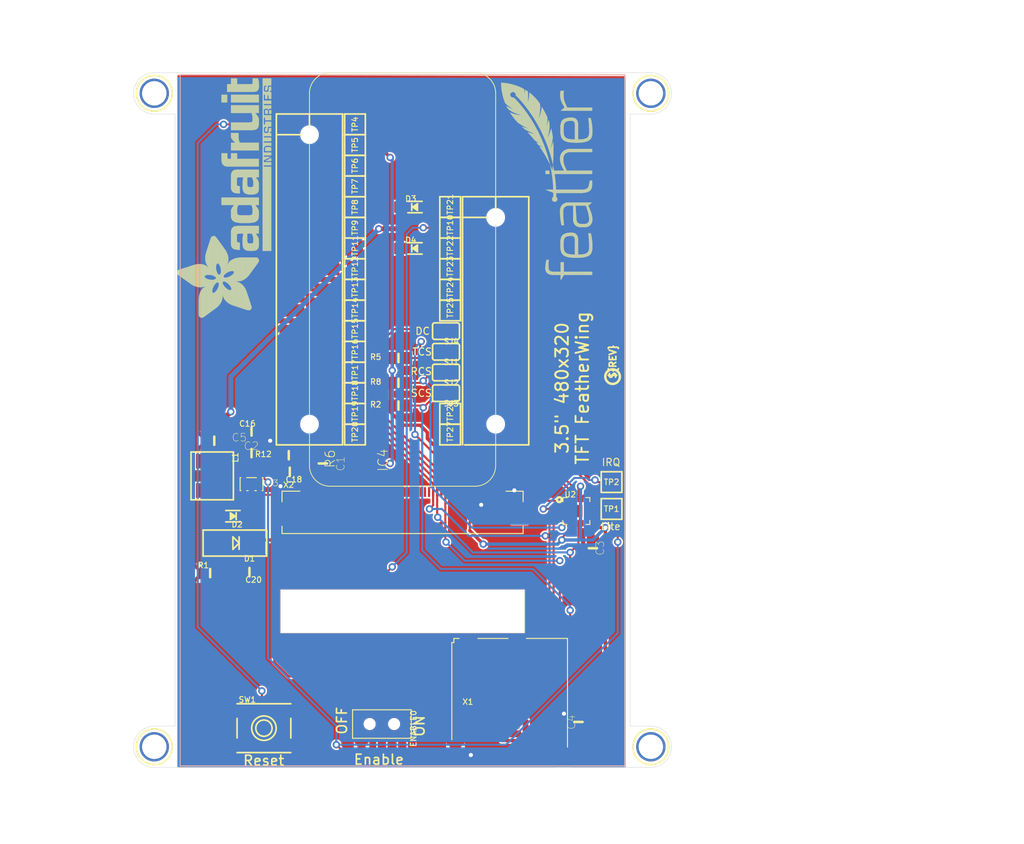
<source format=kicad_pcb>
(kicad_pcb (version 20221018) (generator pcbnew)
  (layers (0 "F.Cu" signal) (1 "In1.Cu" signal) (2 "In2.Cu" signal) (3 "In3.Cu" signal) (4 "In4.Cu" signal) (5 "In5.Cu" signal) (6 "In6.Cu" signal) (7 "In7.Cu" signal) (8 "In8.Cu" signal) (9 "In9.Cu" signal) (10 "In10.Cu" signal) (11 "In11.Cu" signal) (12 "In12.Cu" signal) (13 "In13.Cu" signal) (14 "In14.Cu" signal) (31 "B.Cu" signal) (34 "B.Paste" user) (35 "F.Paste" user) (36 "B.SilkS" user "B.Silkscreen") (37 "F.SilkS" user "F.Silkscreen") (38 "B.Mask" user) (39 "F.Mask" user) (44 "Edge.Cuts" user))
  (net 0 "")
  (net 1 "GND")
  (net 2 "SCLK")
  (net 3 "+5V")
  (net 4 "MOSI")
  (net 5 "MISO")
  (net 6 "SD_CS")
  (net 7 "CARDDET")
  (net 8 "LEDK")
  (net 9 "N$3")
  (net 10 "+24V")
  (net 11 "3.3V")
  (net 12 "~{TFT_RST}")
  (net 13 "LCD_LITE")
  (net 14 "XL")
  (net 15 "XR")
  (net 16 "YU")
  (net 17 "YD")
  (net 18 "RT_INT")
  (net 19 "RT_CS")
  (net 20 "TFT_CS")
  (net 21 "TFT_DC")
  (net 22 "~{RESET}")
  (net 23 "VBAT")
  (net 24 "EN")
  (net 25 "USB")
  (net 26 "N")
  (net 27 "M")
  (net 28 "L")
  (net 29 "H")
  (net 30 "SCL")
  (net 31 "SDA")
  (net 32 "G")
  (net 33 "TX")
  (net 34 "RX")
  (net 35 "F")
  (net 36 "E")
  (net 37 "D")
  (net 38 "C")
  (net 39 "B")
  (net 40 "A")
  (net 41 "AREF")
  (net 42 "K")
  (net 43 "J")
  (net 44 "I")
  (footprint "working:SOLDERJUMPER_CLOSEDWIRE" (layer "F.Cu") (at 153.8351 96.6216 180)
    (fp_text reference "SJ1")
    (fp_text value "")
  )
  (footprint "working:INDUCTOR_5X5MM_NR5040_NOTHERMALS" (layer "F.Cu") (at 125.1331 111.8616 -90)
    (fp_text reference "L1")
    (fp_text value "15uH")
  )
  (footprint "working:TESTPOINT_PAD_2MM" (layer "F.Cu") (at 142.6591 94.0816 90)
    (fp_text reference "TP15")
    (fp_text value "")
  )
  (footprint "working:0805-NO" (layer "F.Cu") (at 125.3871 107.5436 180)
    (fp_text reference "C5")
    (fp_text value "10uF")
  )
  (footprint "working:TESTPOINT_PAD_2MM" (layer "F.Cu") (at 142.6591 101.7016 90)
    (fp_text reference "TP18")
    (fp_text value "")
  )
  (footprint "working:TESTPOINT_PAD_2MM" (layer "F.Cu") (at 154.3431 91.5416 90)
    (fp_text reference "TP25")
    (fp_text value "")
  )
  (footprint "working:EG1390" (layer "F.Cu") (at 145.9611 142.3416 180)
    (fp_text reference "ENABLE0")
    (fp_text value "Slide Switch")
  )
  (footprint "working:SOLDERJUMPER_CLOSEDWIRE" (layer "F.Cu") (at 153.8351 99.1616 180)
    (fp_text reference "SJ2")
    (fp_text value "")
  )
  (footprint "working:TESTPOINT_PAD_2MM" (layer "F.Cu") (at 154.3431 106.7816 90)
    (fp_text reference "TP27")
    (fp_text value "")
  )
  (footprint "working:FEATHERWING_SMT2" (layer "F.Cu") (at 137.0711 62.3316 -90)
    (fp_text reference "MS2" hide)
    (fp_text value "FEATHERWING_SMTDUAL" hide)
  )
  (footprint "working:PCBFEAT-REV-040" (layer "F.Cu") (at 174.2821 99.6696 90)
    (fp_text reference "U$37" hide)
    (fp_text value "" hide)
  )
  (footprint "working:TESTPOINT_PAD_2MM" (layer "F.Cu") (at 142.6591 73.7616 90)
    (fp_text reference "TP6")
    (fp_text value "")
  )
  (footprint "working:TESTPOINT_PAD_2MM" (layer "F.Cu") (at 142.6591 104.2416 90)
    (fp_text reference "TP19")
    (fp_text value "")
  )
  (footprint "working:TESTPOINT_PAD_2MM" (layer "F.Cu") (at 142.6591 91.5416 90)
    (fp_text reference "TP14")
    (fp_text value "")
  )
  (footprint "working:0805-NO" (layer "F.Cu") (at 134.5311 109.3216 180)
    (fp_text reference "R12")
    (fp_text value "10K")
  )
  (footprint "working:SOLDERJUMPER_CLOSEDWIRE" (layer "F.Cu") (at 153.8351 101.7016 180)
    (fp_text reference "SJ3")
    (fp_text value "")
  )
  (footprint "working:MOUNTINGHOLE_3.0_PLATEDTHIN" (layer "F.Cu") (at 178.9811 64.8716)
    (fp_text reference "U$17" hide)
    (fp_text value "MOUNTINGHOLE3.0THIN" hide)
  )
  (footprint "working:SOT23-5@1" (layer "F.Cu") (at 129.9591 112.8776)
    (fp_text reference "U3")
    (fp_text value "FAN5333BSX")
  )
  (footprint "working:FIDUCIAL_1MM" (layer "F.Cu") (at 174.4091 144.8816)
    (fp_text reference "U$9" hide)
    (fp_text value "FIDUCIAL_1MM" hide)
  )
  (footprint "working:MOUNTINGHOLE_3.0_PLATEDTHIN" (layer "F.Cu") (at 118.0211 145.1356)
    (fp_text reference "U$7" hide)
    (fp_text value "MOUNTINGHOLE3.0THIN" hide)
  )
  (footprint "working:0805-NO" (layer "F.Cu") (at 129.9591 109.0676)
    (fp_text reference "C2")
    (fp_text value "10uF")
  )
  (footprint "working:SOD-123" (layer "F.Cu") (at 150.0251 78.8416)
    (fp_text reference "D3")
    (fp_text value "MBR120")
  )
  (footprint "working:MICROSD" (layer "F.Cu") (at 154.5971 131.9276)
    (fp_text reference "X1")
    (fp_text value "MicroSD")
  )
  (footprint "working:TESTPOINT_PAD_2MM" (layer "F.Cu") (at 154.3431 78.8416 90)
    (fp_text reference "TP21")
    (fp_text value "")
  )
  (footprint "working:TESTPOINT_PAD_2MM" (layer "F.Cu") (at 154.3431 86.4616 90)
    (fp_text reference "TP23")
    (fp_text value "")
  )
  (footprint "working:0805-NO" (layer "F.Cu") (at 124.8791 123.7996)
    (fp_text reference "R1")
    (fp_text value "12Ω")
  )
  (footprint "working:TESTPOINT_PAD_2MM" (layer "F.Cu") (at 142.6591 76.3016 90)
    (fp_text reference "TP7")
    (fp_text value "")
  )
  (footprint "working:0805-NO" (layer "F.Cu") (at 134.6581 111.3536 180)
    (fp_text reference "C18")
    (fp_text value "0.1uF")
  )
  (footprint "working:TESTPOINT_PAD_2MM" (layer "F.Cu") (at 142.6591 83.9216 90)
    (fp_text reference "TP11")
    (fp_text value "")
  )
  (footprint "working:ADAFRUIT_TEXT_30MM" (layer "F.Cu") (at 132.3721 92.6846 90)
    (fp_text reference "U$19" hide)
    (fp_text value "" hide)
  )
  (footprint "working:SOT23" (layer "F.Cu") (at 144.1831 110.3376 -90)
    (fp_text reference "IC4")
    (fp_text value "APX803-SAG")
  )
  (footprint "working:SOLDERJUMPER_CLOSEDWIRE" (layer "F.Cu") (at 153.8351 94.0816 180)
    (fp_text reference "SJ4")
    (fp_text value "")
  )
  (footprint "working:FIDUCIAL_1MM" (layer "F.Cu") (at 122.7201 64.9986)
    (fp_text reference "U$23" hide)
    (fp_text value "FIDUCIAL_1MM" hide)
  )
  (footprint "working:0805-NO" (layer "F.Cu") (at 129.9591 106.4006)
    (fp_text reference "C16")
    (fp_text value "1uF")
  )
  (footprint "working:0805-NO" (layer "F.Cu") (at 171.8691 120.7516 -90)
    (fp_text reference "C3")
    (fp_text value "10uF")
  )
  (footprint "working:TESTPOINT_PAD_2MM" (layer "F.Cu") (at 142.6591 78.8416 90)
    (fp_text reference "TP8")
    (fp_text value "")
  )
  (footprint "working:0805-NO" (layer "F.Cu") (at 138.7221 110.3376 90)
    (fp_text reference "C1")
    (fp_text value "1uF")
  )
  (footprint "working:FEATHERLOGO" (layer "F.Cu") (at 171.8691 87.8586 90)
    (fp_text reference "U$11" hide)
    (fp_text value "" hide)
  )
  (footprint "working:TESTPOINT_PAD_2MM" (layer "F.Cu") (at 142.6591 68.6816 90)
    (fp_text reference "TP4")
    (fp_text value "")
  )
  (footprint "working:QFN16_3MM" (layer "F.Cu") (at 169.8371 116.1796)
    (fp_text reference "U2")
    (fp_text value "STMPE811")
  )
  (footprint "working:MOUNTINGHOLE_3.0_PLATEDTHIN" (layer "F.Cu") (at 178.9811 145.1356)
    (fp_text reference "U$15" hide)
    (fp_text value "MOUNTINGHOLE3.0THIN" hide)
  )
  (footprint "working:TESTPOINT_PAD_2MM" (layer "F.Cu") (at 142.6591 71.2216 90)
    (fp_text reference "TP5")
    (fp_text value "")
  )
  (footprint "working:0805-NO" (layer "F.Cu") (at 170.0911 142.0876 90)
    (fp_text reference "C4")
    (fp_text value "10uF")
  )
  (footprint "working:SMADIODE" (layer "F.Cu") (at 127.9271 120.1166 180)
    (fp_text reference "D1")
    (fp_text value "MM3Z24VT1G")
  )
  (footprint "working:TESTPOINT_PAD_2MM" (layer "F.Cu") (at 154.3431 104.2416 90)
    (fp_text reference "TP26")
    (fp_text value "")
  )
  (footprint "working:EVQ-Q2_SMALLER" (layer "F.Cu") (at 131.4831 142.8496)
    (fp_text reference "SW1")
    (fp_text value "EVQQ2")
  )
  (footprint "working:R0805" (layer "F.Cu") (at 140.8811 110.3376 90)
    (fp_text reference "R6")
    (fp_text value "10K")
  )
  (footprint "working:TESTPOINT_PAD_2MM" (layer "F.Cu") (at 142.6591 81.3816 90)
    (fp_text reference "TP9")
    (fp_text value "")
  )
  (footprint "working:TESTPOINT_PAD_2MM" (layer "F.Cu") (at 174.1551 112.6236)
    (fp_text reference "TP2")
    (fp_text value "")
  )
  (footprint "working:TESTPOINT_PAD_2MM" (layer "F.Cu") (at 174.1551 115.9256)
    (fp_text reference "TP1")
    (fp_text value "")
  )
  (footprint "working:TESTPOINT_PAD_2MM" (layer "F.Cu") (at 142.6591 99.1616 90)
    (fp_text reference "TP17")
    (fp_text value "")
  )
  (footprint "working:0805-NO" (layer "F.Cu") (at 147.9931 103.2256 180)
    (fp_text reference "R2")
    (fp_text value "100K")
  )
  (footprint "working:TESTPOINT_PAD_2MM" (layer "F.Cu") (at 142.6591 86.4616 90)
    (fp_text reference "TP12")
    (fp_text value "")
  )
  (footprint "working:SOD-123" (layer "F.Cu") (at 127.6731 116.8146 180)
    (fp_text reference "D2")
    (fp_text value "MBR0540")
  )
  (footprint "working:TESTPOINT_PAD_2MM" (layer "F.Cu") (at 142.6591 96.6216 90)
    (fp_text reference "TP16")
    (fp_text value "")
  )
  (footprint "working:TESTPOINT_PAD_2MM" (layer "F.Cu") (at 142.6591 89.0016 90)
    (fp_text reference "TP13")
    (fp_text value "")
  )
  (footprint "working:0805-NO" (layer "F.Cu") (at 129.7051 123.6726 180)
    (fp_text reference "C20")
    (fp_text value "1uF")
  )
  (footprint "working:SOD-123" (layer "F.Cu") (at 150.0251 83.9216)
    (fp_text reference "D4")
    (fp_text value "MBR120")
  )
  (footprint "working:0805-NO" (layer "F.Cu") (at 147.9931 97.3836 180)
    (fp_text reference "R5")
    (fp_text value "100K")
  )
  (footprint "working:TESTPOINT_PAD_2MM" (layer "F.Cu") (at 154.3431 89.0016 90)
    (fp_text reference "TP24")
    (fp_text value "")
  )
  (footprint "working:TESTPOINT_PAD_2MM" (layer "F.Cu") (at 142.6591 106.7816 90)
    (fp_text reference "TP20")
    (fp_text value "")
  )
  (footprint "working:0805-NO" (layer "F.Cu") (at 147.9931 100.4316 180)
    (fp_text reference "R8")
    (fp_text value "100K")
  )
  (footprint "working:MOUNTINGHOLE_3.0_PLATEDTHIN" (layer "F.Cu") (at 118.0211 64.8716)
    (fp_text reference "U$16" hide)
    (fp_text value "MOUNTINGHOLE3.0THIN" hide)
  )
  (footprint "working:TESTPOINT_PAD_2MM" (layer "F.Cu") (at 154.3431 81.3816 90)
    (fp_text reference "TP10")
    (fp_text value "")
  )
  (footprint "working:TESTPOINT_PAD_2MM" (layer "F.Cu") (at 154.3431 83.9216 90)
    (fp_text reference "TP22")
    (fp_text value "")
  )
  (footprint "working:TFT_3.5IN_320X480_50PIN" (layer "B.Cu") (at 148.5011 110.0836 180)
    (fp_text reference "X2")
    (fp_text value "3.5\" TFT")
  )
  (gr_line (start 120.5611 142.5956) (end 118.0211 142.5956) (stroke (width 0.05)) (layer "Edge.Cuts"))
  (gr_arc (start 178.9811 62.3316) (mid 180.777151 63.075549) (end 181.5211 64.8716) (stroke (width 0.05)) (layer "Edge.Cuts"))
  (gr_line (start 118.0211 67.4116) (end 120.5611 67.4116) (stroke (width 0.05)) (layer "Edge.Cuts"))
  (gr_line (start 178.9811 67.4116) (end 176.4411 67.4116) (stroke (width 0.05)) (layer "Edge.Cuts"))
  (gr_line (start 163.4871 125.8316) (end 133.5151 125.8316) (stroke (width 0.05)) (layer "Edge.Cuts"))
  (gr_arc (start 115.4811 145.1356) (mid 116.225049 143.339549) (end 118.0211 142.5956) (stroke (width 0.05)) (layer "Edge.Cuts"))
  (gr_line (start 176.4411 142.5956) (end 176.4411 67.4116) (stroke (width 0.05)) (layer "Edge.Cuts"))
  (gr_arc (start 178.9811 142.5956) (mid 180.777151 143.339549) (end 181.5211 145.1356) (stroke (width 0.05)) (layer "Edge.Cuts"))
  (gr_line (start 163.4871 131.1656) (end 163.4871 125.8316) (stroke (width 0.05)) (layer "Edge.Cuts"))
  (gr_arc (start 118.0211 67.4116) (mid 116.225049 66.667651) (end 115.4811 64.8716) (stroke (width 0.05)) (layer "Edge.Cuts"))
  (gr_line (start 178.9811 142.5956) (end 176.4411 142.5956) (stroke (width 0.05)) (layer "Edge.Cuts"))
  (gr_arc (start 181.5211 145.1356) (mid 180.777151 146.931651) (end 178.9811 147.6756) (stroke (width 0.05)) (layer "Edge.Cuts"))
  (gr_line (start 133.5151 131.1656) (end 163.4871 131.1656) (stroke (width 0.05)) (layer "Edge.Cuts"))
  (gr_line (start 118.0211 147.6756) (end 178.9811 147.6756) (stroke (width 0.05)) (layer "Edge.Cuts"))
  (gr_arc (start 181.5211 64.8716) (mid 180.777151 66.667651) (end 178.9811 67.4116) (stroke (width 0.05)) (layer "Edge.Cuts"))
  (gr_line (start 118.0211 62.3316) (end 178.9811 62.3316) (stroke (width 0.05)) (layer "Edge.Cuts"))
  (gr_line (start 133.5151 125.8316) (end 133.5151 131.1656) (stroke (width 0.05)) (layer "Edge.Cuts"))
  (gr_arc (start 118.0211 147.6756) (mid 116.225049 146.931651) (end 115.4811 145.1356) (stroke (width 0.05)) (layer "Edge.Cuts"))
  (gr_line (start 120.5611 67.4116) (end 120.5611 142.5956) (stroke (width 0.05)) (layer "Edge.Cuts"))
  (gr_arc (start 115.4811 64.8716) (mid 116.225049 63.075549) (end 118.0211 62.3316) (stroke (width 0.05)) (layer "Edge.Cuts"))
  (gr_text "Reset" (at 128.8161 147.5486) (layer "F.SilkS") (effects (font (size 1.223264 1.223264) (thickness 0.199136)) (justify left bottom)))
  (gr_text "IRQ" (at 172.8851 110.7186) (layer "F.SilkS") (effects (font (size 0.89408 0.89408) (thickness 0.12192)) (justify left bottom)))
  (gr_text "TCS" (at 152.1841 96.6216) (layer "F.SilkS") (effects (font (size 0.88392 0.88392) (thickness 0.13208)) (justify right)))
  (gr_text "3.5\" 480x320\nTFT FeatherWing" (at 169.3291 101.0666 90) (layer "F.SilkS") (effects (font (size 1.54686 1.54686) (thickness 0.23114))))
  (gr_text "OFF" (at 141.7701 143.7386 90) (layer "F.SilkS") (effects (font (size 1.223264 1.223264) (thickness 0.199136)) (justify left bottom)))
  (gr_text "Enable" (at 142.4051 147.4216) (layer "F.SilkS") (effects (font (size 1.223264 1.223264) (thickness 0.199136)) (justify left bottom)))
  (gr_text "ON" (at 151.2951 143.9926 90) (layer "F.SilkS") (effects (font (size 1.223264 1.223264) (thickness 0.199136)) (justify left bottom)))
  (gr_text "Lite" (at 172.7581 118.5926) (layer "F.SilkS") (effects (font (size 0.89408 0.89408) (thickness 0.12192)) (justify left bottom)))
  (gr_text "RCS" (at 152.1841 99.0346) (layer "F.SilkS") (effects (font (size 0.88392 0.88392) (thickness 0.13208)) (justify right)))
  (gr_text "DC" (at 151.9301 94.0816) (layer "F.SilkS") (effects (font (size 0.88392 0.88392) (thickness 0.13208)) (justify right)))
  (gr_text "SCS" (at 152.1841 101.7016) (layer "F.SilkS") (effects (font (size 0.88392 0.88392) (thickness 0.13208)) (justify right)))
  (segment (start 157.2511 115.0236) (end 157.7591 115.0236) (width 0.254) (layer "F.Cu") (net 1))
  (segment (start 160.2511 112.8776) (end 160.2511 112.6236) (width 0.254) (layer "F.Cu") (net 1))
  (segment (start 160.2511 112.6236) (end 159.7511 112.6236) (width 0.254) (layer "F.Cu") (net 1))
  (segment (start 160.7511 113.8436) (end 160.7511 112.8776) (width 0.254) (layer "F.Cu") (net 1))
  (segment (start 160.7511 112.8776) (end 160.2511 112.8776) (width 0.254) (layer "F.Cu") (net 1))
  (segment (start 157.7591 115.0236) (end 158.1531 115.4176) (width 0.254) (layer "F.Cu") (net 1))
  (segment (start 160.2511 113.8436) (end 160.2511 112.8776) (width 0.254) (layer "F.Cu") (net 1))
  (segment (start 172.1191 116.4296) (end 172.3771 116.6876) (width 0.254) (layer "F.Cu") (net 1))
  (segment (start 159.7511 112.6236) (end 159.4231 112.6236) (width 0.254) (layer "F.Cu") (net 1))
  (segment (start 157.2511 113.8436) (end 157.2511 112.8776) (width 0.254) (layer "F.Cu") (net 1))
  (segment (start 157.2511 113.8436) (end 157.2511 115.0236) (width 0.254) (layer "F.Cu") (net 1))
  (segment (start 171.3371 116.4296) (end 172.1191 116.4296) (width 0.254) (layer "F.Cu") (net 1))
  (segment (start 159.7511 113.8436) (end 159.7511 112.6236) (width 0.254) (layer "F.Cu") (net 1))
  (via (at 156.8831 146.1516) (size 0.9064) (drill 0.5) (layers "F.Cu" "B.Cu") (net 1))
  (via (at 133.5151 113.1316) (size 0.9064) (drill 0.5) (layers "F.Cu" "B.Cu") (net 1))
  (via (at 162.2171 113.6396) (size 0.9064) (drill 0.5) (layers "F.Cu" "B.Cu") (net 1))
  (via (at 158.1531 115.4176) (size 0.9064) (drill 0.5) (layers "F.Cu" "B.Cu") (net 1))
  (via (at 132.2451 107.5436) (size 0.9064) (drill 0.5) (layers "F.Cu" "B.Cu") (net 1))
  (via (at 168.3131 141.0716) (size 0.9064) (drill 0.5) (layers "F.Cu" "B.Cu") (net 1))
  (segment (start 167.8051 122.2756) (end 167.0431 122.2756) (width 0.254) (layer "F.Cu") (net 2))
  (segment (start 167.0431 122.2756) (end 167.0431 117.4496) (width 0.254) (layer "F.Cu") (net 2))
  (segment (start 159.1971 139.7736) (end 159.1971 142.5676) (width 0.254) (layer "F.Cu") (net 2))
  (segment (start 153.7511 112.7936) (end 153.7511 113.8436) (width 0.254) (layer "F.Cu") (net 2))
  (segment (start 153.7511 113.8436) (end 153.7511 119.9056) (width 0.254) (layer "F.Cu") (net 2))
  (segment (start 142.6591 94.0816) (end 139.2301 94.0816) (width 0.4064) (layer "F.Cu") (net 2))
  (segment (start 142.6591 94.0816) (end 144.9451 94.0816) (width 0.254) (layer "F.Cu") (net 2))
  (segment (start 167.5631 116.9296) (end 168.3371 116.9296) (width 0.254) (layer "F.Cu") (net 2))
  (segment (start 139.2301 94.0816) (end 134.9121 94.0816) (width 0.4064) (layer "F.Cu") (net 2))
  (segment (start 167.0431 131.9276) (end 167.0431 122.2756) (width 0.254) (layer "F.Cu") (net 2))
  (segment (start 153.7511 119.9056) (end 153.8351 119.9896) (width 0.254) (layer "F.Cu") (net 2))
  (segment (start 145.4531 94.5896) (end 145.4531 104.4956) (width 0.254) (layer "F.Cu") (net 2))
  (segment (start 159.1971 139.7736) (end 167.0431 131.9276) (width 0.254) (layer "F.Cu") (net 2))
  (segment (start 167.0431 117.4496) (end 167.5631 116.9296) (width 0.254) (layer "F.Cu") (net 2))
  (segment (start 145.4531 104.4956) (end 153.7511 112.7936) (width 0.254) (layer "F.Cu") (net 2))
  (segment (start 144.9451 94.0816) (end 145.4531 94.5896) (width 0.254) (layer "F.Cu") (net 2))
  (via (at 167.8051 122.2756) (size 0.9064) (drill 0.5) (layers "F.Cu" "B.Cu") (net 2))
  (via (at 153.8351 119.9896) (size 0.9064) (drill 0.5) (layers "F.Cu" "B.Cu") (net 2))
  (segment (start 153.8351 119.9896) (end 156.1211 122.2756) (width 0.254) (layer "B.Cu") (net 2))
  (segment (start 156.1211 122.2756) (end 167.8051 122.2756) (width 0.254) (layer "B.Cu") (net 2))
  (segment (start 148.1751 83.9216) (end 148.1751 81.5086) (width 0.6096) (layer "F.Cu") (net 3))
  (segment (start 129.0091 109.0676) (end 129.0091 111.5775) (width 0.4064) (layer "F.Cu") (net 3))
  (segment (start 126.3371 107.7976) (end 128.9431 107.7976) (width 0.4064) (layer "F.Cu") (net 3))
  (segment (start 148.1751 81.5086) (end 145.5801 81.5086) (width 0.6096) (layer "F.Cu") (net 3))
  (segment (start 148.1751 81.5086) (end 148.1751 78.8416) (width 0.6096) (layer "F.Cu") (net 3))
  (segment (start 128.9431 107.7976) (end 128.9431 106.4666) (width 0.4064) (layer "F.Cu") (net 3))
  (segment (start 126.3371 110.0616) (end 125.1331 110.0616) (width 0.4064) (layer "F.Cu") (net 3))
  (segment (start 128.9431 109.0676) (end 129.0091 109.0676) (width 0.4064) (layer "F.Cu") (net 3))
  (segment (start 126.3371 107.5436) (end 126.3371 110.0616) (width 0.4064) (layer "F.Cu") (net 3))
  (segment (start 127.4191 103.9876) (end 126.3371 105.0696) (width 0.6096) (layer "F.Cu") (net 3))
  (segment (start 126.3371 107.5436) (end 126.3371 107.7976) (width 0.4064) (layer "F.Cu") (net 3))
  (segment (start 128.9431 106.4666) (end 129.0091 106.4006) (width 0.4064) (layer "F.Cu") (net 3))
  (segment (start 126.3371 105.0696) (end 126.3371 107.5436) (width 0.6096) (layer "F.Cu") (net 3))
  (segment (start 128.9431 107.7976) (end 128.9431 109.0676) (width 0.4064) (layer "F.Cu") (net 3))
  (via (at 127.4191 103.9876) (size 0.9064) (drill 0.5) (layers "F.Cu" "B.Cu") (net 3))
  (via (at 145.5801 81.5086) (size 0.9064) (drill 0.5) (layers "F.Cu" "B.Cu") (net 3))
  (segment (start 145.5801 81.5086) (end 127.4191 99.6696) (width 0.6096) (layer "B.Cu") (net 3))
  (segment (start 127.4191 99.6696) (end 127.4191 103.9876) (width 0.6096) (layer "B.Cu") (net 3))
  (segment (start 167.8051 131.9276) (end 167.8051 123.7996) (width 0.254) (layer "F.Cu") (net 4))
  (segment (start 169.0751 122.5296) (end 169.0751 121.2596) (width 0.254) (layer "F.Cu") (net 4))
  (segment (start 144.6911 96.6216) (end 144.9451 96.8756) (width 0.254) (layer "F.Cu") (net 4))
  (segment (start 170.0871 120.2476) (end 170.0871 117.6796) (width 0.254) (layer "F.Cu") (net 4))
  (segment (start 161.3971 138.3356) (end 167.8051 131.9276) (width 0.254) (layer "F.Cu") (net 4))
  (segment (start 142.6591 96.6216) (end 139.2301 96.6216) (width 0.4064) (layer "F.Cu") (net 4))
  (segment (start 144.9451 96.8756) (end 144.9451 104.7496) (width 0.254) (layer "F.Cu") (net 4))
  (segment (start 161.3971 142.5676) (end 161.3971 138.3356) (width 0.254) (layer "F.Cu") (net 4))
  (segment (start 152.7511 112.5556) (end 152.7511 113.8436) (width 0.254) (layer "F.Cu") (net 4))
  (segment (start 152.8191 116.9416) (end 152.7511 116.8736) (width 0.254) (layer "F.Cu") (net 4))
  (segment (start 169.0751 121.2596) (end 170.0871 120.2476) (width 0.254) (layer "F.Cu") (net 4))
  (segment (start 142.6591 96.6216) (end 144.6911 96.6216) (width 0.254) (layer "F.Cu") (net 4))
  (segment (start 152.7511 116.8736) (end 152.7511 113.8436) (width 0.254) (layer "F.Cu") (net 4))
  (segment (start 167.8051 123.7996) (end 169.0751 122.5296) (width 0.254) (layer "F.Cu") (net 4))
  (segment (start 144.9451 104.7496) (end 152.7511 112.5556) (width 0.254) (layer "F.Cu") (net 4))
  (segment (start 139.2301 96.6216) (end 134.9121 96.6216) (width 0.4064) (layer "F.Cu") (net 4))
  (via (at 152.8191 116.9416) (size 0.9064) (drill 0.5) (layers "F.Cu" "B.Cu") (net 4))
  (via (at 169.0751 121.2596) (size 0.9064) (drill 0.5) (layers "F.Cu" "B.Cu") (net 4))
  (segment (start 157.1371 121.2596) (end 152.8191 116.9416) (width 0.254) (layer "B.Cu") (net 4))
  (segment (start 169.0751 121.2596) (end 157.1371 121.2596) (width 0.254) (layer "B.Cu") (net 4))
  (segment (start 144.4371 105.0036) (end 152.2511 112.8176) (width 0.254) (layer "F.Cu") (net 5))
  (segment (start 142.6591 99.1616) (end 139.2301 99.1616) (width 0.4064) (layer "F.Cu") (net 5))
  (segment (start 143.6751 99.1616) (end 144.4371 99.9236) (width 0.254) (layer "F.Cu") (net 5))
  (segment (start 168.3331 116.4336) (end 168.3371 116.4296) (width 0.254) (layer "F.Cu") (net 5))
  (segment (start 152.2511 112.8176) (end 152.2511 113.8436) (width 0.254) (layer "F.Cu") (net 5))
  (segment (start 166.0271 119.2276) (end 166.5351 119.2276) (width 0.254) (layer "F.Cu") (net 5))
  (segment (start 156.9971 141.2116) (end 166.5351 131.6736) (width 0.254) (layer "F.Cu") (net 5))
  (segment (start 156.9971 142.5676) (end 156.9971 141.2116) (width 0.254) (layer "F.Cu") (net 5))
  (segment (start 166.7891 116.4336) (end 168.3331 116.4336) (width 0.254) (layer "F.Cu") (net 5))
  (segment (start 152.2511 115.4776) (end 151.8031 115.9256) (width 0.254) (layer "F.Cu") (net 5))
  (segment (start 142.6591 99.1616) (end 143.6751 99.1616) (width 0.254) (layer "F.Cu") (net 5))
  (segment (start 166.5351 119.2276) (end 166.5351 116.6876) (width 0.254) (layer "F.Cu") (net 5))
  (segment (start 152.2511 113.8436) (end 152.2511 115.4776) (width 0.254) (layer "F.Cu") (net 5))
  (segment (start 144.4371 99.9236) (end 144.4371 105.0036) (width 0.254) (layer "F.Cu") (net 5))
  (segment (start 166.5351 116.6876) (end 166.7891 116.4336) (width 0.254) (layer "F.Cu") (net 5))
  (segment (start 166.5351 131.6736) (end 166.5351 119.2276) (width 0.254) (layer "F.Cu") (net 5))
  (segment (start 139.2301 99.1616) (end 134.9121 99.1616) (width 0.4064) (layer "F.Cu") (net 5))
  (via (at 166.0271 119.2276) (size 0.9064) (drill 0.5) (layers "F.Cu" "B.Cu") (net 5))
  (via (at 151.8031 115.9256) (size 0.9064) (drill 0.5) (layers "F.Cu" "B.Cu") (net 5))
  (segment (start 153.3271 115.9256) (end 156.6291 119.2276) (width 0.254) (layer "B.Cu") (net 5))
  (segment (start 151.8031 115.9256) (end 153.3271 115.9256) (width 0.254) (layer "B.Cu") (net 5))
  (segment (start 156.6291 119.2276) (end 166.0271 119.2276) (width 0.254) (layer "B.Cu") (net 5))
  (segment (start 153.0731 101.7016) (end 152.8191 101.7016) (width 0.254) (layer "F.Cu") (net 6))
  (segment (start 169.0751 131.4196) (end 169.0751 128.3716) (width 0.254) (layer "F.Cu") (net 6))
  (segment (start 150.7871 103.2256) (end 151.0411 103.4796) (width 0.254) (layer "F.Cu") (net 6))
  (segment (start 152.8191 101.7016) (end 151.0411 103.4796) (width 0.254) (layer "F.Cu") (net 6))
  (segment (start 148.9431 103.2256) (end 150.7871 103.2256) (width 0.254) (layer "F.Cu") (net 6))
  (segment (start 162.4971 137.9976) (end 169.0751 131.4196) (width 0.254) (layer "F.Cu") (net 6))
  (segment (start 162.4971 142.1676) (end 162.4971 137.9976) (width 0.254) (layer "F.Cu") (net 6))
  (via (at 169.0751 128.3716) (size 0.9064) (drill 0.5) (layers "F.Cu" "B.Cu") (net 6))
  (via (at 151.0411 103.4796) (size 0.9064) (drill 0.5) (layers "F.Cu" "B.Cu") (net 6))
  (segment (start 150.9141 103.6066) (end 151.0411 103.4796) (width 0.254) (layer "B.Cu") (net 6))
  (segment (start 169.0751 127.8636) (end 164.5031 123.2916) (width 0.254) (layer "B.Cu") (net 6))
  (segment (start 164.5031 123.2916) (end 153.2001 123.2916) (width 0.254) (layer "B.Cu") (net 6))
  (segment (start 153.2001 123.2916) (end 150.9141 121.0056) (width 0.254) (layer "B.Cu") (net 6))
  (segment (start 169.0751 128.3716) (end 169.0751 127.8636) (width 0.254) (layer "B.Cu") (net 6))
  (segment (start 150.9141 121.0056) (end 150.9141 103.6066) (width 0.254) (layer "B.Cu") (net 6))
  (segment (start 130.9091 115.2296) (end 130.9091 114.1777) (width 0.4064) (layer "F.Cu") (net 8))
  (segment (start 127.6731 118.2116) (end 127.6731 116.1796) (width 0.4064) (layer "F.Cu") (net 8))
  (segment (start 125.7681 120.1166) (end 127.6731 118.2116) (width 0.4064) (layer "F.Cu") (net 8))
  (segment (start 125.5776 120.1166) (end 125.7681 120.1166) (width 0.4064) (layer "F.Cu") (net 8))
  (segment (start 130.7211 115.4176) (end 130.9091 115.2296) (width 0.4064) (layer "F.Cu") (net 8))
  (segment (start 135.6081 111.3536) (end 136.2511 111.9966) (width 0.254) (layer "F.Cu") (net 8))
  (segment (start 136.2511 111.9966) (end 136.2511 113.8436) (width 0.254) (layer "F.Cu") (net 8))
  (segment (start 127.6731 116.1796) (end 128.4351 115.4176) (width 0.4064) (layer "F.Cu") (net 8))
  (segment (start 125.7681 120.1166) (end 125.8291 120.1776) (width 0.4064) (layer "F.Cu") (net 8))
  (segment (start 130.9091 114.1777) (end 135.917 114.1777) (width 0.254) (layer "F.Cu") (net 8))
  (segment (start 128.4351 115.4176) (end 130.7211 115.4176) (width 0.4064) (layer "F.Cu") (net 8))
  (segment (start 125.8291 120.1776) (end 125.8291 123.7996) (width 0.4064) (layer "F.Cu") (net 8))
  (segment (start 135.917 114.1777) (end 136.2511 113.8436) (width 0.254) (layer "F.Cu") (net 8))
  (segment (start 128.8352 114.3516) (end 125.8231 114.3516) (width 0.4064) (layer "F.Cu") (net 9))
  (segment (start 125.8231 114.3516) (end 125.8231 116.8146) (width 0.4064) (layer "F.Cu") (net 9))
  (segment (start 125.1331 113.6616) (end 125.8231 114.3516) (width 0.4064) (layer "F.Cu") (net 9))
  (segment (start 129.0091 114.1777) (end 128.8352 114.3516) (width 0.4064) (layer "F.Cu") (net 9))
  (segment (start 136.7511 112.6236) (end 137.2511 112.6236) (width 0.254) (layer "F.Cu") (net 10))
  (segment (start 135.0391 119.7356) (end 130.6576 119.7356) (width 0.4064) (layer "F.Cu") (net 10))
  (segment (start 136.7511 113.8436) (end 136.7511 112.6236) (width 0.254) (layer "F.Cu") (net 10))
  (segment (start 137.2511 112.6236) (end 137.7511 112.6236) (width 0.254) (layer "F.Cu") (net 10))
  (segment (start 130.2766 120.1166) (end 130.6551 120.4951) (width 0.4064) (layer "F.Cu") (net 10))
  (segment (start 136.8171 117.9576) (end 135.0391 119.7356) (width 0.4064) (layer "F.Cu") (net 10))
  (segment (start 136.7511 113.8436) (end 136.7511 115.0976) (width 0.254) (layer "F.Cu") (net 10))
  (segment (start 130.6576 119.7356) (end 130.2766 120.1166) (width 0.4064) (layer "F.Cu") (net 10))
  (segment (start 137.2511 113.8436) (end 137.2511 112.6236) (width 0.254) (layer "F.Cu") (net 10))
  (segment (start 136.7511 115.0976) (end 136.8171 115.1636) (width 0.254) (layer "F.Cu") (net 10))
  (segment (start 137.7511 112.6236) (end 138.2511 112.6236) (width 0.254) (layer "F.Cu") (net 10))
  (segment (start 130.6551 120.4951) (end 130.6551 123.6726) (width 0.4064) (layer "F.Cu") (net 10))
  (segment (start 137.7511 113.8436) (end 137.7511 112.6236) (width 0.254) (layer "F.Cu") (net 10))
  (segment (start 130.2766 117.5681) (end 130.2766 120.1166) (width 0.4064) (layer "F.Cu") (net 10))
  (segment (start 129.5231 116.8146) (end 130.2766 117.5681) (width 0.4064) (layer "F.Cu") (net 10))
  (segment (start 136.8171 115.1636) (end 136.8171 117.9576) (width 0.4064) (layer "F.Cu") (net 10))
  (segment (start 138.2511 113.8436) (end 138.2511 112.6236) (width 0.254) (layer "F.Cu") (net 10))
  (segment (start 139.2511 113.8436) (end 139.2511 112.6236) (width 0.254) (layer "F.Cu") (net 11))
  (segment (start 169.3291 118.9736) (end 168.5671 118.9736) (width 0.254) (layer "F.Cu") (net 11))
  (segment (start 145.4531 71.2216) (end 146.9771 72.7456) (width 0.4064) (layer "F.Cu") (net 11))
  (segment (start 156.7511 113.8436) (end 156.7511 118.5876) (width 0.254) (layer "F.Cu") (net 11))
  (segment (start 168.5671 118.9736) (end 168.0591 119.4816) (width 0.254) (layer "F.Cu") (net 11))
  (segment (start 147.2311 97.5716) (end 147.0431 97.3836) (width 0.4064) (layer "F.Cu") (net 11))
  (segment (start 140.4391 109.8296) (end 140.8811 109.3876) (width 0.254) (layer "F.Cu") (net 11))
  (segment (start 147.0431 103.2256) (end 147.0431 100.4316) (width 0.4064) (layer "F.Cu") (net 11))
  (segment (start 135.1661 71.7296) (end 138.8491 71.7296) (width 0.4064) (layer "F.Cu") (net 11))
  (segment (start 135.4811 109.3216) (end 137.4471 111.2876) (width 0.254) (layer "F.Cu") (net 11))
  (segment (start 151.5491 106.5276) (end 150.6601 105.6386) (width 0.4064) (layer "F.Cu") (net 11))
  (segment (start 148.6281 105.6386) (end 147.0431 104.0536) (width 0.4064) (layer "F.Cu") (net 11))
  (segment (start 151.5491 107.2896) (end 151.5491 106.5276) (width 0.4064) (layer "F.Cu") (net 11))
  (segment (start 139.7511 113.8436) (end 139.7511 112.6236) (width 0.254) (layer "F.Cu") (net 11))
  (segment (start 155.7511 111.4916) (end 151.5491 107.2896) (width 0.4064) (layer "F.Cu") (net 11))
  (segment (start 140.3731 109.8296) (end 140.4391 109.8296) (width 0.254) (layer "F.Cu") (net 11))
  (segment (start 138.9151 111.2876) (end 140.3731 109.8296) (width 0.254) (layer "F.Cu") (net 11))
  (segment (start 171.3371 116.9296) (end 171.8691 117.4616) (width 0.254) (layer "F.Cu") (net 11))
  (segment (start 168.7551 144.3736) (end 170.0911 143.0376) (width 0.4064) (layer "F.Cu") (net 11))
  (segment (start 138.8491 71.7296) (end 139.3571 71.2216) (width 0.4064) (layer "F.Cu") (net 11))
  (segment (start 139.2511 112.6236) (end 139.7511 112.6236) (width 0.254) (layer "F.Cu") (net 11))
  (segment (start 138.7511 111.2876) (end 138.7221 111.2876) (width 0.254) (layer "F.Cu") (net 11))
  (segment (start 173.3931 140.8176) (end 173.3931 118.2116) (width 0.4064) (layer "F.Cu") (net 11))
  (segment (start 155.7511 113.8436) (end 155.7511 112.6236) (width 0.254) (layer "F.Cu") (net 11))
  (segment (start 172.6191 118.2116) (end 173.3931 118.2116) (width 0.4064) (layer "F.Cu") (net 11))
  (segment (start 169.5871 118.7156) (end 169.3291 118.9736) (width 0.254) (layer "F.Cu") (net 11))
  (segment (start 171.8691 117.4616) (end 171.8691 119.8016) (width 0.4064) (layer "F.Cu") (net 11))
  (segment (start 156.7511 113.8436) (end 156.7511 112.6236) (width 0.254) (layer "F.Cu") (net 11))
  (segment (start 170.0871 114.6796) (end 170.0871 113.3896) (width 0.254) (layer "F.Cu") (net 11))
  (segment (start 147.2311 100.2436) (end 147.2311 98.9076) (width 0.4064) (layer "F.Cu") (net 11))
  (segment (start 137.4471 111.2876) (end 138.7221 111.2876) (width 0.254) (layer "F.Cu") (net 11))
  (segment (start 142.1511 110.3376) (end 145.2831 110.3376) (width 0.254) (layer "F.Cu") (net 11))
  (segment (start 138.7511 112.6236) (end 138.7511 111.2876) (width 0.254) (layer "F.Cu") (net 11))
  (segment (start 134.6581 71.2216) (end 135.1661 71.7296) (width 0.4064) (layer "F.Cu") (net 11))
  (segment (start 155.7511 112.6236) (end 156.2511 112.6236) (width 0.254) (layer "F.Cu") (net 11))
  (segment (start 145.2831 110.3376) (end 146.9771 110.3376) (width 0.4064) (layer "F.Cu") (net 11))
  (segment (start 156.7511 118.5876) (end 158.4071 120.2436) (width 0.4064) (layer "F.Cu") (net 11))
  (segment (start 160.6931 144.3736) (end 168.7551 144.3736) (width 0.4064) (layer "F.Cu") (net 11))
  (segment (start 140.8811 109.3876) (end 141.2011 109.3876) (width 0.254) (layer "F.Cu") (net 11))
  (segment (start 160.2971 143.9776) (end 160.6931 144.3736) (width 0.4064) (layer "F.Cu") (net 11))
  (segment (start 160.2971 142.9676) (end 160.2971 143.9776) (width 0.4064) (layer "F.Cu") (net 11))
  (segment (start 156.2511 112.6236) (end 156.7511 112.6236) (width 0.254) (layer "F.Cu") (net 11))
  (segment (start 155.7511 112.6236) (end 155.7511 111.4916) (width 0.4064) (layer "F.Cu") (net 11))
  (segment (start 170.0871 113.3896) (end 170.3451 113.1316) (width 0.254) (layer "F.Cu") (net 11))
  (segment (start 142.6591 71.2216) (end 139.4841 71.2216) (width 0.4064) (layer "F.Cu") (net 11))
  (segment (start 171.1731 143.0376) (end 173.3931 140.8176) (width 0.4064) (layer "F.Cu") (net 11))
  (segment (start 138.7511 113.8436) (end 138.7511 112.6236) (width 0.254) (layer "F.Cu") (net 11))
  (segment (start 150.6601 105.6386) (end 148.6281 105.6386) (width 0.4064) (layer "F.Cu") (net 11))
  (segment (start 142.6591 71.2216) (end 145.4531 71.2216) (width 0.4064) (layer "F.Cu") (net 11))
  (segment (start 138.7221 111.2876) (end 138.9151 111.2876) (width 0.254) (layer "F.Cu") (net 11))
  (segment (start 141.2011 109.3876) (end 142.1511 110.3376) (width 0.254) (layer "F.Cu") (net 11))
  (segment (start 147.0431 100.4316) (end 147.2311 100.2436) (width 0.4064) (layer "F.Cu") (net 11))
  (segment (start 156.2511 113.8436) (end 156.2511 112.6236) (width 0.254) (layer "F.Cu") (net 11))
  (segment (start 169.5871 117.6796) (end 169.5871 118.7156) (width 0.254) (layer "F.Cu") (net 11))
  (segment (start 168.0591 119.4816) (end 168.0591 119.7356) (width 0.254) (layer "F.Cu") (net 11))
  (segment (start 170.0911 143.0376) (end 171.1731 143.0376) (width 0.4064) (layer "F.Cu") (net 11))
  (segment (start 138.7511 112.6236) (end 139.2511 112.6236) (width 0.254) (layer "F.Cu") (net 11))
  (segment (start 139.3571 71.2216) (end 139.4841 71.2216) (width 0.4064) (layer "F.Cu") (net 11))
  (segment (start 171.8691 117.4616) (end 172.6191 118.2116) (width 0.4064) (layer "F.Cu") (net 11))
  (segment (start 147.2311 98.9076) (end 147.2311 97.5716) (width 0.4064) (layer "F.Cu") (net 11))
  (segment (start 147.0431 104.0536) (end 147.0431 103.2256) (width 0.4064) (layer "F.Cu") (net 11))
  (via (at 146.9771 72.7456) (size 0.9064) (drill 0.5) (layers "F.Cu" "B.Cu") (net 11))
  (via (at 173.3931 118.2116) (size 0.9064) (drill 0.5) (layers "F.Cu" "B.Cu") (net 11))
  (via (at 168.0591 119.7356) (size 0.9064) (drill 0.5) (layers "F.Cu" "B.Cu") (net 11))
  (via (at 146.9771 110.3376) (size 0.9064) (drill 0.5) (layers "F.Cu" "B.Cu") (net 11))
  (via (at 170.3451 113.1316) (size 0.9064) (drill 0.5) (layers "F.Cu" "B.Cu") (net 11))
  (via (at 158.4071 120.2436) (size 0.9064) (drill 0.5) (layers "F.Cu" "B.Cu") (net 11))
  (via (at 147.2311 98.9076) (size 0.9064) (drill 0.5) (layers "F.Cu" "B.Cu") (net 11))
  (segment (start 146.9771 110.3376) (end 147.2311 110.0836) (width 0.254) (layer "B.Cu") (net 11))
  (segment (start 170.3451 113.1316) (end 170.3451 119.4816) (width 0.4064) (layer "B.Cu") (net 11))
  (segment (start 158.4071 120.2436) (end 167.5511 120.2436) (width 0.4064) (layer "B.Cu") (net 11))
  (segment (start 167.5511 120.2436) (end 168.0591 119.7356) (width 0.4064) (layer "B.Cu") (net 11))
  (segment (start 168.0591 119.7356) (end 170.0911 119.7356) (width 0.4064) (layer "B.Cu") (net 11))
  (segment (start 147.2311 99.6696) (end 147.2311 98.9076) (width 0.254) (layer "B.Cu") (net 11))
  (segment (start 147.2311 72.9996) (end 147.2311 99.6696) (width 0.4064) (layer "B.Cu") (net 11))
  (segment (start 170.3451 119.4816) (end 170.0911 119.7356) (width 0.4064) (layer "B.Cu") (net 11))
  (segment (start 146.9771 72.7456) (end 147.2311 72.9996) (width 0.4064) (layer "B.Cu") (net 11))
  (segment (start 170.0911 119.7356) (end 171.8691 119.7356) (width 0.4064) (layer "B.Cu") (net 11))
  (segment (start 171.8691 119.7356) (end 173.3931 118.2116) (width 0.4064) (layer "B.Cu") (net 11))
  (segment (start 147.2311 110.0836) (end 147.2311 99.6696) (width 0.4064) (layer "B.Cu") (net 11))
  (segment (start 140.7511 113.8436) (end 140.7511 111.4176) (width 0.254) (layer "F.Cu") (net 12))
  (segment (start 140.7511 111.4176) (end 140.8811 111.2876) (width 0.254) (layer "F.Cu") (net 12))
  (segment (start 140.8811 111.2876) (end 143.0831 111.2876) (width 0.254) (layer "F.Cu") (net 12))
  (segment (start 145.9611 146.1516) (end 145.9611 145.1416) (width 0.254) (layer "F.Cu") (net 13))
  (segment (start 171.3371 115.9296) (end 171.3411 115.9256) (width 0.254) (layer "F.Cu") (net 13))
  (segment (start 131.9552 112.6236) (end 131.9911 112.6236) (width 0.254) (layer "F.Cu") (net 13))
  (segment (start 130.9091 111.5775) (end 131.9552 112.6236) (width 0.254) (layer "F.Cu") (net 13))
  (segment (start 145.4531 146.6596) (end 145.9611 146.1516) (width 0.254) (layer "F.Cu") (net 13))
  (segment (start 174.9171 116.6876) (end 174.9171 119.9896) (width 0.254) (layer "F.Cu") (net 13))
  (segment (start 140.3731 144.8816) (end 142.1511 146.6596) (width 0.254) (layer "F.Cu") (net 13))
  (segment (start 171.3411 115.9256) (end 174.1551 115.9256) (width 0.254) (layer "F.Cu") (net 13))
  (segment (start 133.165 109.3216) (end 133.5811 109.3216) (width 0.254) (layer "F.Cu") (net 13))
  (segment (start 142.1511 146.6596) (end 145.4531 146.6596) (width 0.254) (layer "F.Cu") (net 13))
  (segment (start 130.9091 111.5775) (end 133.165 109.3216) (width 0.254) (layer "F.Cu") (net 13))
  (segment (start 174.1551 115.9256) (end 174.9171 116.6876) (width 0.254) (layer "F.Cu") (net 13))
  (via (at 131.9911 112.6236) (size 0.9064) (drill 0.5) (layers "F.Cu" "B.Cu") (net 13))
  (via (at 140.3731 144.8816) (size 0.9064) (drill 0.5) (layers "F.Cu" "B.Cu") (net 13))
  (via (at 174.9171 119.9896) (size 0.9064) (drill 0.5) (layers "F.Cu" "B.Cu") (net 13))
  (segment (start 161.2011 144.8816) (end 140.3731 144.8816) (width 0.254) (layer "B.Cu") (net 13))
  (segment (start 174.9171 119.9896) (end 174.9171 131.1656) (width 0.254) (layer "B.Cu") (net 13))
  (segment (start 174.9171 131.1656) (end 161.2011 144.8816) (width 0.254) (layer "B.Cu") (net 13))
  (segment (start 131.9911 112.6236) (end 131.9911 134.2136) (width 0.254) (layer "B.Cu") (net 13))
  (segment (start 131.9911 134.2136) (end 140.3731 142.5956) (width 0.254) (layer "B.Cu") (net 13))
  (segment (start 140.3731 142.5956) (end 140.3731 144.8816) (width 0.254) (layer "B.Cu") (net 13))
  (segment (start 158.9151 112.1156) (end 167.5511 112.1156) (width 0.254) (layer "F.Cu") (net 14))
  (segment (start 158.7511 113.8436) (end 158.7511 112.2796) (width 0.254) (layer "F.Cu") (net 14))
  (segment (start 169.0751 114.6676) (end 169.0871 114.6796) (width 0.254) (layer "F.Cu") (net 14))
  (segment (start 169.0751 113.6396) (end 169.0751 114.6676) (width 0.254) (layer "F.Cu") (net 14))
  (segment (start 158.7511 112.2796) (end 158.9151 112.1156) (width 0.254) (layer "F.Cu") (net 14))
  (segment (start 167.5511 112.1156) (end 169.0751 113.6396) (width 0.254) (layer "F.Cu") (net 14))
  (segment (start 157.7511 111.7556) (end 158.4071 111.0996) (width 0.254) (layer "F.Cu") (net 15))
  (segment (start 171.3611 112.8776) (end 169.5831 111.0996) (width 0.254) (layer "F.Cu") (net 15))
  (segment (start 171.3611 113.6396) (end 171.3611 112.8776) (width 0.254) (layer "F.Cu") (net 15))
  (segment (start 170.5991 114.4016) (end 171.3611 113.6396) (width 0.254) (layer "F.Cu") (net 15))
  (segment (start 157.7511 113.8436) (end 157.7511 111.7556) (width 0.254) (layer "F.Cu") (net 15))
  (segment (start 158.4071 111.0996) (end 169.5831 111.0996) (width 0.254) (layer "F.Cu") (net 15))
  (segment (start 170.5991 114.6676) (end 170.5871 114.6796) (width 0.254) (layer "F.Cu") (net 15))
  (segment (start 170.5991 114.6676) (end 170.5991 114.4016) (width 0.254) (layer "F.Cu") (net 15))
  (segment (start 168.3371 115.4296) (end 168.0711 115.4296) (width 0.254) (layer "F.Cu") (net 16))
  (segment (start 159.2511 113.8436) (end 159.2511 114.7376) (width 0.254) (layer "F.Cu") (net 16))
  (segment (start 159.4231 114.9096) (end 167.5511 114.9096) (width 0.254) (layer "F.Cu") (net 16))
  (segment (start 167.5511 114.9096) (end 168.0711 115.4296) (width 0.254) (layer "F.Cu") (net 16))
  (segment (start 159.2511 114.7376) (end 159.4231 114.9096) (width 0.254) (layer "F.Cu") (net 16))
  (segment (start 158.2511 112.0176) (end 158.6611 111.6076) (width 0.254) (layer "F.Cu") (net 17))
  (segment (start 158.2511 113.8436) (end 158.2511 112.0176) (width 0.254) (layer "F.Cu") (net 17))
  (segment (start 167.8051 111.6076) (end 169.5831 113.3856) (width 0.254) (layer "F.Cu") (net 17))
  (segment (start 169.5831 113.3856) (end 169.5831 114.6756) (width 0.254) (layer "F.Cu") (net 17))
  (segment (start 158.6611 111.6076) (end 167.8051 111.6076) (width 0.254) (layer "F.Cu") (net 17))
  (segment (start 169.5831 114.6756) (end 169.5871 114.6796) (width 0.254) (layer "F.Cu") (net 17))
  (segment (start 172.3771 112.6236) (end 174.1551 112.6236) (width 0.254) (layer "F.Cu") (net 18))
  (segment (start 168.3371 115.9256) (end 165.7731 115.9256) (width 0.254) (layer "F.Cu") (net 18))
  (segment (start 172.1231 112.3696) (end 172.3771 112.6236) (width 0.254) (layer "F.Cu") (net 18))
  (segment (start 168.3371 115.9296) (end 168.3371 115.9256) (width 0.254) (layer "F.Cu") (net 18))
  (via (at 165.7731 115.9256) (size 0.9064) (drill 0.5) (layers "F.Cu" "B.Cu") (net 18))
  (via (at 172.1231 112.3696) (size 0.9064) (drill 0.5) (layers "F.Cu" "B.Cu") (net 18))
  (segment (start 169.5831 112.1156) (end 171.1071 112.1156) (width 0.254) (layer "B.Cu") (net 18))
  (segment (start 171.1071 112.1156) (end 171.3611 112.3696) (width 0.254) (layer "B.Cu") (net 18))
  (segment (start 171.8691 112.3696) (end 172.1231 112.3696) (width 0.254) (layer "B.Cu") (net 18))
  (segment (start 171.3611 112.3696) (end 171.8691 112.3696) (width 0.254) (layer "B.Cu") (net 18))
  (segment (start 169.3291 112.3696) (end 169.5831 112.1156) (width 0.254) (layer "B.Cu") (net 18))
  (segment (start 165.7731 115.9256) (end 169.3291 112.3696) (width 0.254) (layer "B.Cu") (net 18))
  (segment (start 151.0411 100.1776) (end 152.0571 99.1616) (width 0.254) (layer "F.Cu") (net 19))
  (segment (start 148.9431 100.4316) (end 150.7871 100.4316) (width 0.254) (layer "F.Cu") (net 19))
  (segment (start 168.5911 117.6796) (end 168.0591 118.2116) (width 0.254) (layer "F.Cu") (net 19))
  (segment (start 150.7871 100.4316) (end 151.0411 100.1776) (width 0.254) (layer "F.Cu") (net 19))
  (segment (start 169.0871 117.6796) (end 168.5911 117.6796) (width 0.254) (layer "F.Cu") (net 19))
  (segment (start 153.0731 99.1616) (end 152.0571 99.1616) (width 0.254) (layer "F.Cu") (net 19))
  (via (at 151.0411 100.1776) (size 0.9064) (drill 0.5) (layers "F.Cu" "B.Cu") (net 19))
  (via (at 168.0591 118.2116) (size 0.9064) (drill 0.5) (layers "F.Cu" "B.Cu") (net 19))
  (segment (start 168.0591 118.2116) (end 157.0101 118.2116) (width 0.254) (layer "B.Cu") (net 19))
  (segment (start 151.9301 113.1316) (end 151.9301 101.0666) (width 0.254) (layer "B.Cu") (net 19))
  (segment (start 157.0101 118.2116) (end 151.9301 113.1316) (width 0.254) (layer "B.Cu") (net 19))
  (segment (start 151.9301 101.0666) (end 151.0411 100.1776) (width 0.254) (layer "B.Cu") (net 19))
  (segment (start 150.0251 106.7816) (end 154.7511 111.5076) (width 0.254) (layer "F.Cu") (net 20))
  (segment (start 150.6601 95.4786) (end 150.7871 95.3516) (width 0.254) (layer "F.Cu") (net 20))
  (segment (start 152.3111 97.3836) (end 153.0731 96.6216) (width 0.254) (layer "F.Cu") (net 20))
  (segment (start 150.6601 97.3836) (end 150.6601 95.4786) (width 0.254) (layer "F.Cu") (net 20))
  (segment (start 148.9431 97.3836) (end 150.6601 97.3836) (width 0.254) (layer "F.Cu") (net 20))
  (segment (start 150.6601 97.3836) (end 152.3111 97.3836) (width 0.254) (layer "F.Cu") (net 20))
  (segment (start 154.7511 111.5076) (end 154.7511 113.8436) (width 0.254) (layer "F.Cu") (net 20))
  (via (at 150.0251 106.7816) (size 0.9064) (drill 0.5) (layers "F.Cu" "B.Cu") (net 20))
  (via (at 150.7871 95.3516) (size 0.9064) (drill 0.5) (layers "F.Cu" "B.Cu") (net 20))
  (segment (start 150.0251 106.7816) (end 150.0251 96.1136) (width 0.254) (layer "B.Cu") (net 20))
  (segment (start 150.0251 96.1136) (end 150.7871 95.3516) (width 0.254) (layer "B.Cu") (net 20))
  (segment (start 145.9611 95.3516) (end 147.4851 93.8276) (width 0.254) (layer "F.Cu") (net 21))
  (segment (start 154.2511 113.8436) (end 154.2511 112.5316) (width 0.254) (layer "F.Cu") (net 21))
  (segment (start 152.8191 93.8276) (end 153.0731 94.0816) (width 0.254) (layer "F.Cu") (net 21))
  (segment (start 145.9611 104.2416) (end 145.9611 95.3516) (width 0.254) (layer "F.Cu") (net 21))
  (segment (start 147.4851 93.8276) (end 152.8191 93.8276) (width 0.254) (layer "F.Cu") (net 21))
  (segment (start 154.2511 112.5316) (end 145.9611 104.2416) (width 0.254) (layer "F.Cu") (net 21))
  (segment (start 138.7221 68.1736) (end 139.2301 68.6816) (width 0.4064) (layer "F.Cu") (net 22))
  (segment (start 131.098444 140.8496) (end 131.2291 140.718943) (width 0.254) (layer "F.Cu") (net 22))
  (segment (start 126.5301 68.6816) (end 134.6581 68.6816) (width 0.254) (layer "F.Cu") (net 22))
  (segment (start 131.098444 140.8496) (end 128.3831 140.8496) (width 0.254) (layer "F.Cu") (net 22))
  (segment (start 131.2291 140.718943) (end 131.2291 138.2776) (width 0.254) (layer "F.Cu") (net 22))
  (segment (start 142.6591 68.6816) (end 139.4841 68.6816) (width 0.4064) (layer "F.Cu") (net 22))
  (segment (start 134.6581 68.6816) (end 135.1661 68.1736) (width 0.4064) (layer "F.Cu") (net 22))
  (segment (start 134.5831 140.8496) (end 131.098444 140.8496) (width 0.254) (layer "F.Cu") (net 22))
  (segment (start 135.1661 68.1736) (end 138.7221 68.1736) (width 0.4064) (layer "F.Cu") (net 22))
  (segment (start 139.2301 68.6816) (end 139.4841 68.6816) (width 0.4064) (layer "F.Cu") (net 22))
  (via (at 126.5301 68.6816) (size 0.9064) (drill 0.5) (layers "F.Cu" "B.Cu") (net 22))
  (via (at 131.2291 138.2776) (size 0.9064) (drill 0.5) (layers "F.Cu" "B.Cu") (net 22))
  (segment (start 123.3551 130.4036) (end 123.3551 70.9676) (width 0.254) (layer "B.Cu") (net 22))
  (segment (start 125.6411 68.6816) (end 126.5301 68.6816) (width 0.254) (layer "B.Cu") (net 22))
  (segment (start 131.2291 138.2776) (end 123.3551 130.4036) (width 0.254) (layer "B.Cu") (net 22))
  (segment (start 123.3551 70.9676) (end 125.6411 68.6816) (width 0.254) (layer "B.Cu") (net 22))
  (segment (start 161.7091 78.3336) (end 162.2171 78.8416) (width 0.4064) (layer "F.Cu") (net 23))
  (segment (start 162.2171 78.8416) (end 162.3441 78.8416) (width 0.4064) (layer "F.Cu") (net 23))
  (segment (start 151.8751 78.8416) (end 154.3431 78.8416) (width 0.6096) (layer "F.Cu") (net 23))
  (segment (start 158.0261 78.3336) (end 161.7091 78.3336) (width 0.4064) (layer "F.Cu") (net 23))
  (segment (start 157.5181 78.8416) (end 154.3431 78.8416) (width 0.4064) (layer "F.Cu") (net 23))
  (segment (start 157.5181 78.8416) (end 158.0261 78.3336) (width 0.4064) (layer "F.Cu") (net 23))
  (segment (start 145.9611 137.5156) (end 144.9451 136.4996) (width 0.254) (layer "F.Cu") (net 24))
  (segment (start 151.0411 81.3816) (end 154.3431 81.3816) (width 0.254) (layer "F.Cu") (net 24))
  (segment (start 158.0261 81.8896) (end 161.9631 81.8896) (width 0.4064) (layer "F.Cu") (net 24))
  (segment (start 134.5311 136.4996) (end 132.7531 134.7216) (width 0.254) (layer "F.Cu") (net 24))
  (segment (start 146.4691 123.7996) (end 147.2311 123.0376) (width 0.254) (layer "F.Cu") (net 24))
  (segment (start 161.9631 81.8896) (end 162.3441 81.5086) (width 0.4064) (layer "F.Cu") (net 24))
  (segment (start 162.3441 81.5086) (end 162.3441 81.3816) (width 0.4064) (layer "F.Cu") (net 24))
  (segment (start 157.5181 81.3816) (end 158.0261 81.8896) (width 0.4064) (layer "F.Cu") (net 24))
  (segment (start 144.9451 136.4996) (end 134.5311 136.4996) (width 0.254) (layer "F.Cu") (net 24))
  (segment (start 132.7531 124.0536) (end 133.0071 123.7996) (width 0.254) (layer "F.Cu") (net 24))
  (segment (start 145.9611 139.5416) (end 145.9611 137.5156) (width 0.254) (layer "F.Cu") (net 24))
  (segment (start 154.3431 81.3816) (end 157.5181 81.3816) (width 0.4064) (layer "F.Cu") (net 24))
  (segment (start 133.0071 123.7996) (end 146.4691 123.7996) (width 0.254) (layer "F.Cu") (net 24))
  (segment (start 132.7531 134.7216) (end 132.7531 124.0536) (width 0.254) (layer "F.Cu") (net 24))
  (via (at 147.2311 123.0376) (size 0.9064) (drill 0.5) (layers "F.Cu" "B.Cu") (net 24))
  (via (at 151.0411 81.3816) (size 0.9064) (drill 0.5) (layers "F.Cu" "B.Cu") (net 24))
  (segment (start 149.7711 81.3816) (end 151.0411 81.3816) (width 0.254) (layer "B.Cu") (net 24))
  (segment (start 149.0091 82.1436) (end 149.7711 81.3816) (width 0.254) (layer "B.Cu") (net 24))
  (segment (start 149.0091 121.2596) (end 149.0091 82.1436) (width 0.254) (layer "B.Cu") (net 24))
  (segment (start 147.2311 123.0376) (end 149.0091 121.2596) (width 0.254) (layer "B.Cu") (net 24))
  (segment (start 162.0901 83.9216) (end 157.7721 83.9216) (width 0.4064) (layer "F.Cu") (net 25))
  (segment (start 157.7721 83.9216) (end 154.3431 83.9216) (width 0.4064) (layer "F.Cu") (net 25))
  (segment (start 154.3431 83.9216) (end 151.8751 83.9216) (width 0.6096) (layer "F.Cu") (net 25))
  (segment (start 154.3431 86.4616) (end 157.7721 86.4616) (width 0.4064) (layer "F.Cu") (net 26))
  (segment (start 157.7721 86.4616) (end 162.0901 86.4616) (width 0.4064) (layer "F.Cu") (net 26))
  (segment (start 162.0901 89.0016) (end 157.7721 89.0016) (width 0.4064) (layer "F.Cu") (net 27))
  (segment (start 157.7721 89.0016) (end 154.3431 89.0016) (width 0.4064) (layer "F.Cu") (net 27))
  (segment (start 157.7721 91.2876) (end 157.7721 91.5416) (width 0.4064) (layer "F.Cu") (net 28))
  (segment (start 156.8831 91.2876) (end 157.7721 91.2876) (width 0.4064) (layer "F.Cu") (net 28))
  (segment (start 156.8831 91.5416) (end 156.8831 91.2876) (width 0.4064) (layer "F.Cu") (net 28))
  (segment (start 154.3431 91.5416) (end 156.8831 91.5416) (width 0.4064) (layer "F.Cu") (net 28))
  (segment (start 157.7721 91.5416) (end 162.0901 91.5416) (width 0.4064) (layer "F.Cu") (net 28))
  (segment (start 154.5971 101.7016) (end 157.7721 101.7016) (width 0.4064) (layer "F.Cu") (net 29))
  (segment (start 157.7721 101.7016) (end 162.0901 101.7016) (width 0.4064) (layer "F.Cu") (net 29))
  (segment (start 157.5181 104.2416) (end 154.3431 104.2416) (width 0.4064) (layer "F.Cu") (net 30))
  (segment (start 157.5181 104.2416) (end 157.8991 103.8606) (width 0.4064) (layer "F.Cu") (net 30))
  (segment (start 157.8991 103.8606) (end 161.9631 103.8606) (width 0.4064) (layer "F.Cu") (net 30))
  (segment (start 161.9631 103.8606) (end 162.3441 104.2416) (width 0.4064) (layer "F.Cu") (net 30))
  (segment (start 161.9631 107.2896) (end 162.3441 106.9086) (width 0.4064) (layer "F.Cu") (net 31))
  (segment (start 158.0261 107.2896) (end 161.9631 107.2896) (width 0.4064) (layer "F.Cu") (net 31))
  (segment (start 157.5181 106.7816) (end 158.0261 107.2896) (width 0.4064) (layer "F.Cu") (net 31))
  (segment (start 154.3431 106.7816) (end 157.5181 106.7816) (width 0.4064) (layer "F.Cu") (net 31))
  (segment (start 162.3441 106.9086) (end 162.3441 106.7816) (width 0.4064) (layer "F.Cu") (net 31))
  (segment (start 138.7221 107.2896) (end 139.2301 106.7816) (width 0.4064) (layer "F.Cu") (net 32))
  (segment (start 139.2301 106.7816) (end 139.4841 106.7816) (width 0.4064) (layer "F.Cu") (net 32))
  (segment (start 135.1661 107.2896) (end 138.7221 107.2896) (width 0.4064) (layer "F.Cu") (net 32))
  (segment (start 142.6591 106.7816) (end 139.4841 106.7816) (width 0.4064) (layer "F.Cu") (net 32))
  (segment (start 134.6581 106.7816) (end 135.1661 107.2896) (width 0.4064) (layer "F.Cu") (net 32))
  (segment (start 138.8491 103.8606) (end 139.2301 104.2416) (width 0.4064) (layer "F.Cu") (net 33))
  (segment (start 135.0391 103.8606) (end 138.8491 103.8606) (width 0.4064) (layer "F.Cu") (net 33))
  (segment (start 139.2301 104.2416) (end 139.4841 104.2416) (width 0.4064) (layer "F.Cu") (net 33))
  (segment (start 142.6591 104.2416) (end 139.4841 104.2416) (width 0.4064) (layer "F.Cu") (net 33))
  (segment (start 134.6581 104.2416) (end 135.0391 103.8606) (width 0.4064) (layer "F.Cu") (net 33))
  (segment (start 139.2301 101.7016) (end 134.9121 101.7016) (width 0.4064) (layer "F.Cu") (net 34))
  (segment (start 142.6591 101.7016) (end 139.2301 101.7016) (width 0.4064) (layer "F.Cu") (net 34))
  (segment (start 139.2301 91.5416) (end 134.9121 91.5416) (width 0.4064) (layer "F.Cu") (net 35))
  (segment (start 142.6591 91.5416) (end 139.2301 91.5416) (width 0.4064) (layer "F.Cu") (net 35))
  (segment (start 139.2301 89.0016) (end 134.9121 89.0016) (width 0.4064) (layer "F.Cu") (net 36))
  (segment (start 142.6591 89.0016) (end 139.2301 89.0016) (width 0.4064) (layer "F.Cu") (net 36))
  (segment (start 139.2301 86.4616) (end 142.6591 86.4616) (width 0.4064) (layer "F.Cu") (net 37))
  (segment (start 134.9121 86.4616) (end 139.2301 86.4616) (width 0.4064) (layer "F.Cu") (net 37))
  (segment (start 142.6591 83.9216) (end 139.2301 83.9216) (width 0.4064) (layer "F.Cu") (net 38))
  (segment (start 139.2301 83.9216) (end 134.9121 83.9216) (width 0.4064) (layer "F.Cu") (net 38))
  (segment (start 139.2301 81.3816) (end 142.6591 81.3816) (width 0.4064) (layer "F.Cu") (net 39))
  (segment (start 134.9121 81.3816) (end 139.2301 81.3816) (width 0.4064) (layer "F.Cu") (net 39))
  (segment (start 142.6591 78.8416) (end 139.2301 78.8416) (width 0.4064) (layer "F.Cu") (net 40))
  (segment (start 139.2301 78.8416) (end 134.9121 78.8416) (width 0.4064) (layer "F.Cu") (net 40))
  (segment (start 139.2301 73.7616) (end 142.6591 73.7616) (width 0.4064) (layer "F.Cu") (net 41))
  (segment (start 134.9121 73.7616) (end 139.2301 73.7616) (width 0.4064) (layer "F.Cu") (net 41))
  (segment (start 162.0901 94.0816) (end 157.7721 94.0816) (width 0.4064) (layer "F.Cu") (net 42))
  (segment (start 154.5971 94.0816) (end 157.7721 94.0816) (width 0.4064) (layer "F.Cu") (net 42))
  (segment (start 157.7721 96.6216) (end 162.0901 96.6216) (width 0.4064) (layer "F.Cu") (net 43))
  (segment (start 154.5971 96.6216) (end 157.7721 96.6216) (width 0.4064) (layer "F.Cu") (net 43))
  (segment (start 157.7721 99.1616) (end 154.5971 99.1616) (width 0.4064) (layer "F.Cu") (net 44))
  (segment (start 162.0901 99.1616) (end 157.7721 99.1616) (width 0.4064) (layer "F.Cu") (net 44))
  (zone (net 1) (net_name "GND") (layer "F.Cu") (priority 6) (connect_pads (clearance 0.000001)) (min_thickness 0.2032) (fill yes (thermal_gap 0.4564) (thermal_bridge_width 0.4564))
    (polygon (pts (xy 175.8823 62.763872) (xy 175.8823 148.006273) (xy 120.8659 147.878328) (xy 120.8659 62.635927)))
  )
  (zone (net 1) (net_name "GND") (layer "B.Cu") (priority 6) (connect_pads (clearance 0.000001)) (min_thickness 0.2032) (fill yes (thermal_gap 0.4564) (thermal_bridge_width 0.4564))
    (polygon (pts (xy 175.8823 63.017872) (xy 175.8823 148.260273) (xy 120.8659 148.132328) (xy 120.8659 62.889927)))
  )
)
</source>
